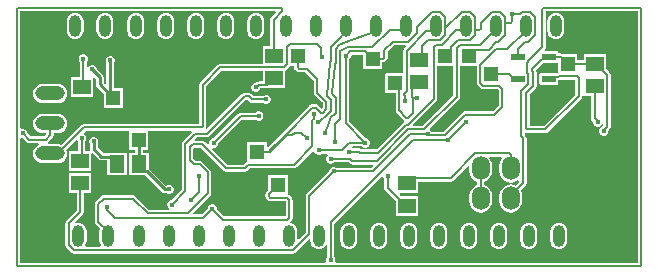
<source format=gbl>
G04*
G04 #@! TF.GenerationSoftware,Altium Limited,Altium Designer,22.10.1 (41)*
G04*
G04 Layer_Physical_Order=2*
G04 Layer_Color=16711680*
%FSLAX25Y25*%
%MOIN*%
G70*
G04*
G04 #@! TF.SameCoordinates,E3A0FBDB-8A8B-4B96-B359-3B6F4FC795B9*
G04*
G04*
G04 #@! TF.FilePolarity,Positive*
G04*
G01*
G75*
%ADD11C,0.01000*%
%ADD47C,0.00800*%
%ADD48R,0.04000X0.07200*%
%ADD49O,0.04000X0.07200*%
%ADD50O,0.05906X0.07874*%
%ADD51O,0.09843X0.04724*%
%ADD52R,0.09843X0.04724*%
%ADD53C,0.01575*%
%ADD54R,0.05906X0.05118*%
%ADD55R,0.05000X0.05000*%
%ADD56R,0.04803X0.02441*%
%ADD57R,0.05118X0.05906*%
%ADD58R,0.05000X0.05000*%
G36*
X130600Y73131D02*
X130071Y72602D01*
X129817Y72222D01*
X129728Y71774D01*
Y64311D01*
X123752D01*
Y57815D01*
X127157D01*
Y51834D01*
X127246Y51386D01*
X127500Y51006D01*
X129922Y48584D01*
X129972Y48551D01*
X129962Y47956D01*
X129842Y47876D01*
X120871Y38905D01*
X115739D01*
X115475Y39081D01*
X115027Y39171D01*
X112727D01*
X112594Y39329D01*
X112828Y39829D01*
X115999D01*
X116130Y39698D01*
X116695Y39465D01*
X117305D01*
X117870Y39698D01*
X118302Y40130D01*
X118535Y40695D01*
Y41305D01*
X118302Y41870D01*
X117870Y42302D01*
X117305Y42535D01*
X117120D01*
X111670Y47985D01*
Y68942D01*
X111899Y69170D01*
X112133Y69735D01*
Y70017D01*
X112445Y70329D01*
X116252D01*
Y65752D01*
X122748D01*
Y67830D01*
X122883D01*
X123331Y67919D01*
X123711Y68172D01*
X124179Y68641D01*
X124433Y69021D01*
X124522Y69469D01*
Y71427D01*
X126687Y73593D01*
X130408D01*
X130600Y73131D01*
D02*
G37*
G36*
X93330Y66237D02*
X93419Y65790D01*
X93673Y65410D01*
X94199Y64884D01*
X94578Y64630D01*
X95026Y64541D01*
X96991D01*
X97086Y64446D01*
X97086Y64446D01*
X99810Y61721D01*
Y57772D01*
X99900Y57324D01*
X100153Y56944D01*
X102877Y54220D01*
Y52844D01*
X102488Y52455D01*
X102051Y52892D01*
X101976Y52942D01*
X101326Y53593D01*
X100946Y53846D01*
X100498Y53935D01*
X99232D01*
X99050Y53899D01*
X98865Y53876D01*
X98827Y53855D01*
X98784Y53846D01*
X98629Y53743D01*
X98467Y53651D01*
X98441Y53617D01*
X98405Y53593D01*
X98301Y53438D01*
X98186Y53291D01*
X97972Y52864D01*
X89734Y44626D01*
X84710Y39603D01*
X84248Y39794D01*
Y41185D01*
X77752D01*
Y34886D01*
X77649Y34866D01*
X77270Y34612D01*
X76435Y33777D01*
X71249D01*
X66024Y39003D01*
X66121Y39265D01*
X66269Y39465D01*
X66805D01*
X67370Y39698D01*
X67802Y40130D01*
X68035Y40695D01*
Y40880D01*
X75954Y48798D01*
X80484D01*
X80615Y48667D01*
X81179Y48434D01*
X81790D01*
X82354Y48667D01*
X82786Y49099D01*
X83020Y49664D01*
Y50274D01*
X82786Y50839D01*
X82354Y51271D01*
X81790Y51504D01*
X81179D01*
X80615Y51271D01*
X80484Y51139D01*
X75469D01*
X75021Y51050D01*
X74641Y50797D01*
X66380Y42535D01*
X66195D01*
X65630Y42302D01*
X65198Y41870D01*
X64965Y41305D01*
Y40769D01*
X64765Y40621D01*
X64503Y40524D01*
X63579Y41447D01*
X63200Y41700D01*
X62752Y41789D01*
X60409D01*
X60218Y42252D01*
X60796Y42829D01*
X64244D01*
X64692Y42919D01*
X65072Y43172D01*
X77301Y55401D01*
X77754D01*
X78483Y54672D01*
X78863Y54419D01*
X79311Y54330D01*
X82999D01*
X83130Y54198D01*
X83695Y53965D01*
X84305D01*
X84870Y54198D01*
X85302Y54630D01*
X85535Y55195D01*
Y55805D01*
X85302Y56370D01*
X84870Y56802D01*
X84305Y57035D01*
X83695D01*
X83130Y56802D01*
X82999Y56670D01*
X79796D01*
X79066Y57400D01*
X78687Y57653D01*
X78239Y57743D01*
X76816D01*
X76368Y57653D01*
X75989Y57400D01*
X64095Y45506D01*
X64040Y45517D01*
X63948Y45647D01*
X63837Y46068D01*
X63999Y46309D01*
X64088Y46757D01*
Y59933D01*
X69212Y65056D01*
X82799D01*
Y61531D01*
X81570D01*
X81122Y61442D01*
X80743Y61189D01*
X80590Y61035D01*
X80195D01*
X79630Y60802D01*
X79198Y60370D01*
X78965Y59805D01*
Y59195D01*
X79198Y58630D01*
X79630Y58198D01*
X80195Y57965D01*
X80805D01*
X81370Y58198D01*
X81802Y58630D01*
X82018Y59153D01*
X82055Y59190D01*
X84341D01*
X84454Y59213D01*
X90201D01*
Y65124D01*
X90310Y65145D01*
X90690Y65399D01*
X91680Y66389D01*
X91881Y66689D01*
X93330D01*
Y66237D01*
D02*
G37*
G36*
X181252Y64328D02*
X181077Y64293D01*
X181076Y64293D01*
X181076Y64292D01*
X181029Y64261D01*
X178978D01*
X178866Y64239D01*
X175008D01*
Y60302D01*
X181307D01*
Y61430D01*
X181405Y61920D01*
X181629Y61965D01*
X181852Y62009D01*
X181852Y62009D01*
X181853Y62009D01*
X181900Y62041D01*
X186978D01*
Y57073D01*
X176576Y46670D01*
X171790D01*
Y57107D01*
X173768Y59086D01*
X174022Y59465D01*
X174111Y59913D01*
Y64588D01*
X174022Y65035D01*
X173850Y65293D01*
X176317Y67760D01*
X177337D01*
X177450Y67782D01*
X181252D01*
Y64328D01*
D02*
G37*
G36*
X146329Y56863D02*
X136137Y46670D01*
X133168D01*
X132977Y47133D01*
X140680Y54835D01*
X140934Y55215D01*
X141023Y55663D01*
Y66689D01*
X146329D01*
Y56863D01*
D02*
G37*
G36*
X154182Y61024D02*
X154271Y60576D01*
X154524Y60197D01*
X155486Y59235D01*
X155866Y58982D01*
X156313Y58893D01*
X161202D01*
X161477Y58617D01*
Y53635D01*
X159448Y51606D01*
X150435D01*
X149987Y51517D01*
X149608Y51263D01*
X143080Y44735D01*
X139123D01*
X139110Y44744D01*
X139085Y44805D01*
X138687Y45203D01*
X138598Y45346D01*
X138519Y45742D01*
X148328Y55551D01*
X148581Y55931D01*
X148670Y56379D01*
Y66689D01*
X154182D01*
Y61024D01*
D02*
G37*
G36*
X207931Y1068D02*
X107317D01*
X106983Y1569D01*
X107035Y1695D01*
Y2305D01*
X106802Y2870D01*
X106670Y3001D01*
Y14015D01*
X122465Y29809D01*
X122719Y29751D01*
X122992Y29629D01*
X123198Y29130D01*
X123329Y28999D01*
Y26126D01*
X123419Y25678D01*
X123672Y25299D01*
X127299Y21672D01*
Y16713D01*
X134701D01*
Y23327D01*
X128955D01*
X128551Y23731D01*
X128742Y24193D01*
X134701D01*
Y28113D01*
X145500D01*
X145948Y28202D01*
X146328Y28456D01*
X151267Y33395D01*
X151767Y33188D01*
Y31516D01*
X151894Y30550D01*
X152267Y29649D01*
X152861Y28876D01*
X153634Y28283D01*
X154330Y27995D01*
Y27005D01*
X153634Y26717D01*
X152861Y26124D01*
X152267Y25351D01*
X151894Y24450D01*
X151767Y23484D01*
Y21516D01*
X151894Y20550D01*
X152267Y19649D01*
X152861Y18876D01*
X153634Y18283D01*
X154534Y17910D01*
X155500Y17783D01*
X156466Y17910D01*
X157366Y18283D01*
X158139Y18876D01*
X158733Y19649D01*
X159106Y20550D01*
X159233Y21516D01*
Y23484D01*
X159106Y24450D01*
X158733Y25351D01*
X158139Y26124D01*
X157366Y26717D01*
X156670Y27005D01*
Y27995D01*
X157366Y28283D01*
X158139Y28876D01*
X158733Y29649D01*
X159106Y30550D01*
X159233Y31516D01*
Y33484D01*
X159106Y34450D01*
X158733Y35351D01*
X158365Y35829D01*
X158612Y36329D01*
X162388D01*
X162635Y35829D01*
X162267Y35351D01*
X161895Y34450D01*
X161767Y33484D01*
Y31516D01*
X161895Y30550D01*
X162267Y29649D01*
X162861Y28876D01*
X163634Y28283D01*
X164534Y27910D01*
X165500Y27783D01*
X166466Y27910D01*
X167366Y28283D01*
X167884Y28680D01*
X168324Y28475D01*
X168371Y28010D01*
X167162Y26801D01*
X166466Y27090D01*
X165500Y27217D01*
X164534Y27090D01*
X163634Y26717D01*
X162861Y26124D01*
X162267Y25351D01*
X161895Y24450D01*
X161767Y23484D01*
Y21516D01*
X161895Y20550D01*
X162267Y19649D01*
X162861Y18876D01*
X163634Y18283D01*
X164534Y17910D01*
X165500Y17783D01*
X166466Y17910D01*
X167366Y18283D01*
X168139Y18876D01*
X168733Y19649D01*
X169106Y20550D01*
X169233Y21516D01*
Y23484D01*
X169106Y24450D01*
X168817Y25146D01*
X170429Y26757D01*
X170682Y27137D01*
X170771Y27585D01*
Y42644D01*
X170682Y43092D01*
X170429Y43472D01*
X170287Y43613D01*
X170302Y44134D01*
X170393Y44210D01*
X170742Y44398D01*
X171088Y44330D01*
X177061D01*
X177508Y44419D01*
X177888Y44672D01*
X188976Y55760D01*
X189230Y56140D01*
X189319Y56588D01*
Y56645D01*
X189799Y56693D01*
Y56693D01*
X192330D01*
Y49210D01*
X192419Y48762D01*
X192672Y48382D01*
X192965Y48090D01*
Y47695D01*
X193198Y47130D01*
X193630Y46698D01*
X194195Y46465D01*
X194805D01*
X195370Y46698D01*
X195802Y47130D01*
X195930Y47441D01*
X196430Y47341D01*
Y46795D01*
X196153Y46518D01*
X195630Y46302D01*
X195198Y45870D01*
X194965Y45305D01*
Y44695D01*
X195198Y44130D01*
X195630Y43698D01*
X196195Y43465D01*
X196805D01*
X197370Y43698D01*
X197802Y44130D01*
X198035Y44695D01*
Y45090D01*
X198428Y45483D01*
X198682Y45862D01*
X198771Y46310D01*
Y63773D01*
X198682Y64221D01*
X198428Y64601D01*
X197201Y65829D01*
Y70787D01*
X189799D01*
Y68651D01*
X187748D01*
Y70685D01*
X182513D01*
X182400Y70708D01*
X182393D01*
X182207Y70832D01*
X181759Y70921D01*
X181307D01*
Y71719D01*
X177027D01*
X176836Y72181D01*
X176878Y72223D01*
X177132Y72602D01*
X177221Y73050D01*
Y84931D01*
X207931D01*
Y1068D01*
D02*
G37*
G36*
X87262Y84469D02*
X85672Y82880D01*
X85419Y82500D01*
X85330Y82052D01*
Y73307D01*
X82799D01*
Y67397D01*
X68727D01*
X68279Y67308D01*
X67899Y67054D01*
X62090Y61245D01*
X61836Y60865D01*
X61747Y60418D01*
Y47459D01*
X23348D01*
X22900Y47370D01*
X22520Y47116D01*
X15769Y40365D01*
X15371Y40530D01*
X14559Y40637D01*
X11427D01*
X11275Y41137D01*
X11328Y41172D01*
X12828Y42672D01*
X13081Y43052D01*
X13171Y43500D01*
Y44363D01*
X14559D01*
X15371Y44470D01*
X16128Y44783D01*
X16777Y45282D01*
X17276Y45932D01*
X17589Y46688D01*
X17696Y47500D01*
X17589Y48312D01*
X17276Y49068D01*
X16777Y49718D01*
X16128Y50217D01*
X15371Y50530D01*
X14559Y50637D01*
X9441D01*
X8629Y50530D01*
X7872Y50217D01*
X7223Y49718D01*
X6724Y49068D01*
X6411Y48312D01*
X6304Y47500D01*
X6411Y46688D01*
X6724Y45932D01*
X7223Y45282D01*
X7872Y44783D01*
X8629Y44470D01*
X9441Y44363D01*
X10535D01*
X10708Y43863D01*
X10015Y43170D01*
X5485D01*
X4369Y44287D01*
Y44472D01*
X4135Y45036D01*
X3703Y45468D01*
X3139Y45702D01*
X2528D01*
X2484Y45684D01*
X2069Y45962D01*
Y84931D01*
X87071D01*
X87262Y84469D01*
D02*
G37*
G36*
X69937Y31779D02*
X70317Y31525D01*
X70765Y31436D01*
X76920D01*
X77368Y31525D01*
X77747Y31779D01*
X78582Y32614D01*
X93284D01*
X93732Y32703D01*
X94112Y32956D01*
X99465Y38309D01*
X99718Y38251D01*
X99992Y38129D01*
X100198Y37630D01*
X100630Y37198D01*
X101195Y36965D01*
X101805D01*
X102370Y37198D01*
X102578Y37407D01*
X104382D01*
X104498Y37153D01*
X104535Y36906D01*
X104155Y36527D01*
X103922Y35963D01*
Y35352D01*
X104155Y34788D01*
X104587Y34356D01*
X105152Y34122D01*
X105762D01*
X106327Y34356D01*
X106478Y34507D01*
X111488D01*
X111862Y34133D01*
X111862Y34133D01*
X111862Y34133D01*
X112024Y34025D01*
X112242Y33879D01*
X112242Y33879D01*
X112242Y33879D01*
X112492Y33829D01*
X112690Y33790D01*
X112690Y33790D01*
X112690Y33790D01*
X119481D01*
X119673Y33328D01*
X119010Y32666D01*
X107502D01*
X107371Y32797D01*
X106807Y33030D01*
X106196D01*
X105631Y32797D01*
X105200Y32365D01*
X104966Y31800D01*
Y31621D01*
X97524Y24180D01*
X97271Y23800D01*
X97181Y23352D01*
Y11285D01*
X94772Y8875D01*
X94272Y9082D01*
Y11600D01*
X94177Y12317D01*
X93900Y12986D01*
X93460Y13560D01*
X92886Y14000D01*
X92217Y14277D01*
X92202Y14279D01*
X92023Y14807D01*
X92476Y15260D01*
X92730Y15640D01*
X92819Y16088D01*
Y22039D01*
X92730Y22487D01*
X92476Y22867D01*
X91803Y23539D01*
X91424Y23793D01*
X91248Y23828D01*
Y30185D01*
X84752D01*
Y25345D01*
X84078Y24670D01*
X83824Y24291D01*
X83735Y23843D01*
Y23180D01*
X83824Y22732D01*
X84078Y22352D01*
X84547Y21884D01*
X84926Y21630D01*
X85374Y21541D01*
X90478D01*
Y16586D01*
X70069D01*
X67535Y19120D01*
Y19305D01*
X67302Y19870D01*
X66870Y20302D01*
X66305Y20535D01*
X65695D01*
X65130Y20302D01*
X64698Y19870D01*
X64465Y19305D01*
Y19120D01*
X62515Y17170D01*
X59769D01*
X59578Y17632D01*
X65342Y23397D01*
X65596Y23776D01*
X65685Y24225D01*
Y31324D01*
X65596Y31772D01*
X65342Y32152D01*
X62760Y34735D01*
X62380Y34988D01*
X61932Y35078D01*
X60477D01*
X59719Y35836D01*
Y39094D01*
X60073Y39448D01*
X62267D01*
X69937Y31779D01*
D02*
G37*
G36*
X59274Y44618D02*
X56172Y41517D01*
X55919Y41137D01*
X55830Y40689D01*
Y25453D01*
X52380Y22003D01*
X52195D01*
X51630Y21769D01*
X51198Y21338D01*
X50965Y20773D01*
Y20162D01*
X51198Y19598D01*
X51578Y19218D01*
X51542Y18973D01*
X51425Y18719D01*
X44938D01*
X40409Y23247D01*
X40029Y23501D01*
X39581Y23590D01*
X29791D01*
X29343Y23501D01*
X28963Y23247D01*
X27253Y21537D01*
X26999Y21157D01*
X26910Y20709D01*
Y14705D01*
X26999Y14257D01*
X27253Y13877D01*
X28597Y12533D01*
X28508Y12317D01*
X28413Y11600D01*
Y8400D01*
X28508Y7683D01*
X28785Y7014D01*
X28855Y6922D01*
X28608Y6423D01*
X23919D01*
X23673Y6922D01*
X23743Y7014D01*
X24020Y7683D01*
X24114Y8400D01*
Y11600D01*
X24020Y12317D01*
X23743Y12986D01*
X23302Y13560D01*
X22728Y14000D01*
X22060Y14277D01*
X21343Y14372D01*
X20625Y14277D01*
X20426Y14195D01*
X20143Y14619D01*
X22828Y17303D01*
X23081Y17683D01*
X23170Y18131D01*
Y24213D01*
X25701D01*
Y30827D01*
X18299D01*
Y24213D01*
X20830D01*
Y18616D01*
X17367Y15153D01*
X17113Y14774D01*
X17024Y14326D01*
Y7096D01*
X17113Y6648D01*
X17367Y6268D01*
X19211Y4424D01*
X19591Y4171D01*
X20039Y4081D01*
X92804D01*
X93252Y4171D01*
X93632Y4424D01*
X98266Y9059D01*
X98728Y8868D01*
Y8400D01*
X98823Y7683D01*
X99100Y7014D01*
X99540Y6440D01*
X100114Y6000D01*
X100783Y5723D01*
X101500Y5628D01*
X102217Y5723D01*
X102886Y6000D01*
X103460Y6440D01*
X103830Y6922D01*
X104210Y6853D01*
X104330Y6790D01*
Y3001D01*
X104198Y2870D01*
X103965Y2305D01*
Y1695D01*
X104017Y1569D01*
X103683Y1068D01*
X2069D01*
Y42371D01*
X2484Y42649D01*
X2528Y42631D01*
X2713D01*
X4172Y41172D01*
X4552Y40919D01*
X5000Y40830D01*
X8045D01*
X8145Y40330D01*
X7872Y40217D01*
X7223Y39718D01*
X6724Y39068D01*
X6411Y38312D01*
X6304Y37500D01*
X6411Y36688D01*
X6724Y35932D01*
X7223Y35282D01*
X7872Y34783D01*
X8629Y34470D01*
X9441Y34363D01*
X14559D01*
X15371Y34470D01*
X16128Y34783D01*
X16777Y35282D01*
X17276Y35932D01*
X17589Y36688D01*
X17696Y37500D01*
X17589Y38312D01*
X17424Y38710D01*
X20566Y41851D01*
X21155Y41734D01*
X21198Y41630D01*
X21329Y41499D01*
Y38307D01*
X18299D01*
Y31693D01*
X25701D01*
Y37346D01*
X26163Y37538D01*
X28147Y35553D01*
X28560Y35278D01*
X29047Y35181D01*
X30952D01*
Y30300D01*
X37567D01*
Y37701D01*
X32324D01*
X32200Y37726D01*
X29574D01*
X27773Y39527D01*
Y40601D01*
X27802Y40630D01*
X28035Y41195D01*
Y41805D01*
X27802Y42370D01*
X27370Y42802D01*
X26805Y43035D01*
X26195D01*
X25630Y42802D01*
X25198Y42370D01*
X24965Y41805D01*
Y41195D01*
X25198Y40630D01*
X25227Y40601D01*
Y39000D01*
X25266Y38807D01*
X24906Y38307D01*
X23671D01*
Y41499D01*
X23802Y41630D01*
X24035Y42195D01*
Y42805D01*
X23802Y43370D01*
X23370Y43802D01*
X23266Y43845D01*
X23149Y44434D01*
X23832Y45118D01*
X38252D01*
Y38815D01*
X40227D01*
Y37701D01*
X38433D01*
Y30300D01*
X43641D01*
X49340Y24600D01*
X49753Y24324D01*
X50240Y24227D01*
X50689D01*
X50718Y24198D01*
X51283Y23965D01*
X51894D01*
X52458Y24198D01*
X52890Y24630D01*
X53124Y25195D01*
Y25805D01*
X52890Y26370D01*
X52458Y26802D01*
X51894Y27035D01*
X51283D01*
X50732Y26807D01*
X45092Y32447D01*
X45047Y32478D01*
Y37701D01*
X42772D01*
Y38815D01*
X44748D01*
Y45118D01*
X59067D01*
X59274Y44618D01*
D02*
G37*
%LPC*%
G36*
X180500Y84372D02*
X179783Y84277D01*
X179114Y84000D01*
X178540Y83560D01*
X178100Y82986D01*
X177823Y82317D01*
X177728Y81600D01*
Y78400D01*
X177823Y77683D01*
X178100Y77014D01*
X178540Y76440D01*
X179114Y76000D01*
X179783Y75723D01*
X180500Y75628D01*
X181217Y75723D01*
X181886Y76000D01*
X182460Y76440D01*
X182900Y77014D01*
X183177Y77683D01*
X183272Y78400D01*
Y81600D01*
X183177Y82317D01*
X182900Y82986D01*
X182460Y83560D01*
X181886Y84000D01*
X181217Y84277D01*
X180500Y84372D01*
D02*
G37*
G36*
X181500Y14372D02*
X180783Y14277D01*
X180114Y14000D01*
X179540Y13560D01*
X179100Y12986D01*
X178823Y12317D01*
X178728Y11600D01*
Y8400D01*
X178823Y7683D01*
X179100Y7014D01*
X179540Y6440D01*
X180114Y6000D01*
X180783Y5723D01*
X181500Y5628D01*
X182217Y5723D01*
X182886Y6000D01*
X183460Y6440D01*
X183900Y7014D01*
X184177Y7683D01*
X184272Y8400D01*
Y11600D01*
X184177Y12317D01*
X183900Y12986D01*
X183460Y13560D01*
X182886Y14000D01*
X182217Y14277D01*
X181500Y14372D01*
D02*
G37*
G36*
X171500D02*
X170783Y14277D01*
X170114Y14000D01*
X169540Y13560D01*
X169100Y12986D01*
X168823Y12317D01*
X168728Y11600D01*
Y8400D01*
X168823Y7683D01*
X169100Y7014D01*
X169540Y6440D01*
X170114Y6000D01*
X170783Y5723D01*
X171500Y5628D01*
X172217Y5723D01*
X172886Y6000D01*
X173460Y6440D01*
X173900Y7014D01*
X174177Y7683D01*
X174272Y8400D01*
Y11600D01*
X174177Y12317D01*
X173900Y12986D01*
X173460Y13560D01*
X172886Y14000D01*
X172217Y14277D01*
X171500Y14372D01*
D02*
G37*
G36*
X161500D02*
X160783Y14277D01*
X160114Y14000D01*
X159540Y13560D01*
X159100Y12986D01*
X158823Y12317D01*
X158728Y11600D01*
Y8400D01*
X158823Y7683D01*
X159100Y7014D01*
X159540Y6440D01*
X160114Y6000D01*
X160783Y5723D01*
X161500Y5628D01*
X162217Y5723D01*
X162886Y6000D01*
X163460Y6440D01*
X163900Y7014D01*
X164177Y7683D01*
X164272Y8400D01*
Y11600D01*
X164177Y12317D01*
X163900Y12986D01*
X163460Y13560D01*
X162886Y14000D01*
X162217Y14277D01*
X161500Y14372D01*
D02*
G37*
G36*
X151500D02*
X150783Y14277D01*
X150114Y14000D01*
X149540Y13560D01*
X149100Y12986D01*
X148823Y12317D01*
X148728Y11600D01*
Y8400D01*
X148823Y7683D01*
X149100Y7014D01*
X149540Y6440D01*
X150114Y6000D01*
X150783Y5723D01*
X151500Y5628D01*
X152217Y5723D01*
X152886Y6000D01*
X153460Y6440D01*
X153900Y7014D01*
X154177Y7683D01*
X154272Y8400D01*
Y11600D01*
X154177Y12317D01*
X153900Y12986D01*
X153460Y13560D01*
X152886Y14000D01*
X152217Y14277D01*
X151500Y14372D01*
D02*
G37*
G36*
X141500D02*
X140783Y14277D01*
X140114Y14000D01*
X139540Y13560D01*
X139100Y12986D01*
X138823Y12317D01*
X138728Y11600D01*
Y8400D01*
X138823Y7683D01*
X139100Y7014D01*
X139540Y6440D01*
X140114Y6000D01*
X140783Y5723D01*
X141500Y5628D01*
X142217Y5723D01*
X142886Y6000D01*
X143460Y6440D01*
X143900Y7014D01*
X144177Y7683D01*
X144272Y8400D01*
Y11600D01*
X144177Y12317D01*
X143900Y12986D01*
X143460Y13560D01*
X142886Y14000D01*
X142217Y14277D01*
X141500Y14372D01*
D02*
G37*
G36*
X131500D02*
X130783Y14277D01*
X130114Y14000D01*
X129540Y13560D01*
X129100Y12986D01*
X128823Y12317D01*
X128728Y11600D01*
Y8400D01*
X128823Y7683D01*
X129100Y7014D01*
X129540Y6440D01*
X130114Y6000D01*
X130783Y5723D01*
X131500Y5628D01*
X132217Y5723D01*
X132886Y6000D01*
X133460Y6440D01*
X133900Y7014D01*
X134177Y7683D01*
X134272Y8400D01*
Y11600D01*
X134177Y12317D01*
X133900Y12986D01*
X133460Y13560D01*
X132886Y14000D01*
X132217Y14277D01*
X131500Y14372D01*
D02*
G37*
G36*
X121500D02*
X120783Y14277D01*
X120114Y14000D01*
X119540Y13560D01*
X119100Y12986D01*
X118823Y12317D01*
X118728Y11600D01*
Y8400D01*
X118823Y7683D01*
X119100Y7014D01*
X119540Y6440D01*
X120114Y6000D01*
X120783Y5723D01*
X121500Y5628D01*
X122217Y5723D01*
X122886Y6000D01*
X123460Y6440D01*
X123900Y7014D01*
X124177Y7683D01*
X124272Y8400D01*
Y11600D01*
X124177Y12317D01*
X123900Y12986D01*
X123460Y13560D01*
X122886Y14000D01*
X122217Y14277D01*
X121500Y14372D01*
D02*
G37*
G36*
X111500D02*
X110783Y14277D01*
X110114Y14000D01*
X109540Y13560D01*
X109100Y12986D01*
X108823Y12317D01*
X108728Y11600D01*
Y8400D01*
X108823Y7683D01*
X109100Y7014D01*
X109540Y6440D01*
X110114Y6000D01*
X110783Y5723D01*
X111500Y5628D01*
X112217Y5723D01*
X112886Y6000D01*
X113460Y6440D01*
X113900Y7014D01*
X114177Y7683D01*
X114272Y8400D01*
Y11600D01*
X114177Y12317D01*
X113900Y12986D01*
X113460Y13560D01*
X112886Y14000D01*
X112217Y14277D01*
X111500Y14372D01*
D02*
G37*
G36*
X80500Y84372D02*
X79783Y84277D01*
X79114Y84000D01*
X78540Y83560D01*
X78100Y82986D01*
X77823Y82317D01*
X77728Y81600D01*
Y78400D01*
X77823Y77683D01*
X78100Y77014D01*
X78540Y76440D01*
X79114Y76000D01*
X79783Y75723D01*
X80500Y75628D01*
X81217Y75723D01*
X81886Y76000D01*
X82460Y76440D01*
X82900Y77014D01*
X83177Y77683D01*
X83272Y78400D01*
Y81600D01*
X83177Y82317D01*
X82900Y82986D01*
X82460Y83560D01*
X81886Y84000D01*
X81217Y84277D01*
X80500Y84372D01*
D02*
G37*
G36*
X70500D02*
X69783Y84277D01*
X69114Y84000D01*
X68540Y83560D01*
X68100Y82986D01*
X67823Y82317D01*
X67728Y81600D01*
Y78400D01*
X67823Y77683D01*
X68100Y77014D01*
X68540Y76440D01*
X69114Y76000D01*
X69783Y75723D01*
X70500Y75628D01*
X71217Y75723D01*
X71886Y76000D01*
X72460Y76440D01*
X72900Y77014D01*
X73177Y77683D01*
X73272Y78400D01*
Y81600D01*
X73177Y82317D01*
X72900Y82986D01*
X72460Y83560D01*
X71886Y84000D01*
X71217Y84277D01*
X70500Y84372D01*
D02*
G37*
G36*
X60500D02*
X59783Y84277D01*
X59114Y84000D01*
X58540Y83560D01*
X58100Y82986D01*
X57823Y82317D01*
X57728Y81600D01*
Y78400D01*
X57823Y77683D01*
X58100Y77014D01*
X58540Y76440D01*
X59114Y76000D01*
X59783Y75723D01*
X60500Y75628D01*
X61217Y75723D01*
X61886Y76000D01*
X62460Y76440D01*
X62900Y77014D01*
X63177Y77683D01*
X63272Y78400D01*
Y81600D01*
X63177Y82317D01*
X62900Y82986D01*
X62460Y83560D01*
X61886Y84000D01*
X61217Y84277D01*
X60500Y84372D01*
D02*
G37*
G36*
X50500D02*
X49783Y84277D01*
X49114Y84000D01*
X48540Y83560D01*
X48100Y82986D01*
X47823Y82317D01*
X47728Y81600D01*
Y78400D01*
X47823Y77683D01*
X48100Y77014D01*
X48540Y76440D01*
X49114Y76000D01*
X49783Y75723D01*
X50500Y75628D01*
X51217Y75723D01*
X51886Y76000D01*
X52460Y76440D01*
X52900Y77014D01*
X53177Y77683D01*
X53272Y78400D01*
Y81600D01*
X53177Y82317D01*
X52900Y82986D01*
X52460Y83560D01*
X51886Y84000D01*
X51217Y84277D01*
X50500Y84372D01*
D02*
G37*
G36*
X40500D02*
X39783Y84277D01*
X39114Y84000D01*
X38540Y83560D01*
X38100Y82986D01*
X37823Y82317D01*
X37728Y81600D01*
Y78400D01*
X37823Y77683D01*
X38100Y77014D01*
X38540Y76440D01*
X39114Y76000D01*
X39783Y75723D01*
X40500Y75628D01*
X41217Y75723D01*
X41886Y76000D01*
X42460Y76440D01*
X42900Y77014D01*
X43177Y77683D01*
X43272Y78400D01*
Y81600D01*
X43177Y82317D01*
X42900Y82986D01*
X42460Y83560D01*
X41886Y84000D01*
X41217Y84277D01*
X40500Y84372D01*
D02*
G37*
G36*
X30185D02*
X29468Y84277D01*
X28799Y84000D01*
X28225Y83560D01*
X27785Y82986D01*
X27508Y82317D01*
X27413Y81600D01*
Y78400D01*
X27508Y77683D01*
X27785Y77014D01*
X28225Y76440D01*
X28799Y76000D01*
X29468Y75723D01*
X30185Y75628D01*
X30902Y75723D01*
X31571Y76000D01*
X32145Y76440D01*
X32585Y77014D01*
X32862Y77683D01*
X32957Y78400D01*
Y81600D01*
X32862Y82317D01*
X32585Y82986D01*
X32145Y83560D01*
X31571Y84000D01*
X30902Y84277D01*
X30185Y84372D01*
D02*
G37*
G36*
X20343D02*
X19625Y84277D01*
X18957Y84000D01*
X18383Y83560D01*
X17942Y82986D01*
X17665Y82317D01*
X17571Y81600D01*
Y78400D01*
X17665Y77683D01*
X17942Y77014D01*
X18383Y76440D01*
X18957Y76000D01*
X19625Y75723D01*
X20343Y75628D01*
X21060Y75723D01*
X21729Y76000D01*
X22302Y76440D01*
X22743Y77014D01*
X23020Y77683D01*
X23114Y78400D01*
Y81600D01*
X23020Y82317D01*
X22743Y82986D01*
X22302Y83560D01*
X21729Y84000D01*
X21060Y84277D01*
X20343Y84372D01*
D02*
G37*
G36*
X14559Y60637D02*
X9441D01*
X8629Y60530D01*
X7872Y60217D01*
X7223Y59718D01*
X6724Y59069D01*
X6411Y58312D01*
X6304Y57500D01*
X6411Y56688D01*
X6724Y55932D01*
X7223Y55282D01*
X7872Y54783D01*
X8629Y54470D01*
X9441Y54363D01*
X14559D01*
X15371Y54470D01*
X16128Y54783D01*
X16777Y55282D01*
X17276Y55932D01*
X17589Y56688D01*
X17696Y57500D01*
X17589Y58312D01*
X17276Y59069D01*
X16777Y59718D01*
X16128Y60217D01*
X15371Y60530D01*
X14559Y60637D01*
D02*
G37*
G36*
X23305Y70535D02*
X22695D01*
X22130Y70302D01*
X21698Y69870D01*
X21465Y69305D01*
Y68695D01*
X21698Y68130D01*
X21829Y67999D01*
Y63047D01*
X18799D01*
Y56433D01*
X26200D01*
Y62648D01*
X26200Y62793D01*
X26420Y62884D01*
X26700Y63000D01*
X27259Y62442D01*
Y60532D01*
X27356Y60045D01*
X27632Y59632D01*
X29815Y57449D01*
Y52752D01*
X36311D01*
Y59248D01*
X33272D01*
Y67601D01*
X33302Y67630D01*
X33535Y68195D01*
Y68805D01*
X33302Y69370D01*
X32870Y69802D01*
X32305Y70035D01*
X31695D01*
X31130Y69802D01*
X30698Y69370D01*
X30465Y68805D01*
Y68195D01*
X30698Y67630D01*
X30727Y67601D01*
Y60789D01*
X30266Y60597D01*
X29804Y61059D01*
Y62969D01*
X29760Y63189D01*
X29707Y63456D01*
X29707Y63456D01*
X29431Y63869D01*
X29431Y63869D01*
X27535Y65764D01*
Y65805D01*
X27302Y66370D01*
X26870Y66802D01*
X26305Y67035D01*
X25695D01*
X25130Y66802D01*
X24698Y66370D01*
X24670Y66303D01*
X24171Y66402D01*
Y67999D01*
X24302Y68130D01*
X24535Y68695D01*
Y69305D01*
X24302Y69870D01*
X23870Y70302D01*
X23305Y70535D01*
D02*
G37*
%LPD*%
D11*
X26500Y39000D02*
Y41500D01*
Y39000D02*
X29047Y36453D01*
X32000Y57063D02*
Y68500D01*
X28531Y60532D02*
X33063Y56000D01*
X26000Y65500D02*
X28531Y62969D01*
X32000Y57063D02*
X33063Y56000D01*
X28531Y60532D02*
Y62969D01*
X50240Y25500D02*
X51588D01*
X44193Y31548D02*
X50240Y25500D01*
X41740Y33607D02*
X43799Y31548D01*
X41740Y33607D02*
Y34000D01*
X43799Y31548D02*
X44193D01*
X41500Y34241D02*
X41740Y34000D01*
X41500Y34241D02*
Y42063D01*
X29047Y36453D02*
X32200D01*
X34259Y34394D01*
Y34000D02*
Y34394D01*
D47*
X104400Y56611D02*
G03*
X104559Y56383I725J338D01*
G01*
X105951Y57587D02*
G03*
X106179Y56952I797J-72D01*
G01*
X109261Y72109D02*
G03*
X109028Y71947I332J-728D01*
G01*
X105391Y49324D02*
G03*
X105160Y48830I566J-566D01*
G01*
X156331Y37500D02*
G03*
X154669Y37500I-831J-4016D01*
G01*
X156331D02*
G03*
X154669Y37500I-831J-4016D01*
G01*
X156331D02*
G03*
X154669Y37500I-831J-4016D01*
G01*
X156331D02*
G03*
X154669Y37500I-831J-4016D01*
G01*
X166000Y84000D02*
X168448D01*
X166000Y81552D02*
Y84000D01*
X165448Y81000D02*
X166000Y81552D01*
X168448Y84000D02*
X169196Y84748D01*
X163648Y81000D02*
X165448D01*
X169196Y84748D02*
X171804D01*
X898Y367D02*
X1367Y-102D01*
X176050Y73050D02*
Y85633D01*
X898Y367D02*
Y85633D01*
X86500Y82052D02*
X89419Y84971D01*
X176050Y85633D02*
X176519Y86102D01*
X898Y85633D02*
X1367Y86102D01*
X208633D02*
X209102Y85633D01*
X88950Y86102D02*
X89419Y85633D01*
X208633Y-102D02*
X209102Y367D01*
X171392Y68392D02*
X176050Y73050D01*
X1367Y-102D02*
X208633D01*
X176519Y86102D02*
X208633D01*
X1367D02*
X88950D01*
X89419Y84971D02*
Y85633D01*
X2833Y44166D02*
X5000Y42000D01*
X209102Y367D02*
Y85633D01*
X5582Y53000D02*
X6323Y52260D01*
X3500Y53000D02*
X5582D01*
X6323Y52260D02*
X22500D01*
X59000Y22000D02*
X61595Y24595D01*
Y30115D01*
X64515Y24225D02*
Y31324D01*
X44453Y17548D02*
X57838D01*
X64515Y24225D01*
X99877Y49049D02*
Y50376D01*
X100015Y50514D01*
X101964Y54036D02*
X102113Y53887D01*
X101964Y54036D02*
Y54599D01*
X94500Y62063D02*
X101964Y54599D01*
X102145Y51142D02*
X102831D01*
X90856Y58420D02*
X94500Y62063D01*
X101223Y52065D02*
X102145Y51142D01*
X99435Y48607D02*
X99877Y49049D01*
X101198Y52065D02*
X101223D01*
X99232Y52765D02*
X100498D01*
X99435Y39935D02*
Y48607D01*
X100498Y52765D02*
X101198Y52065D01*
X104559Y56383D02*
X104561Y56381D01*
X104328Y57022D02*
X104400Y56611D01*
X102831Y51142D02*
X104048Y52359D01*
X103473Y49594D02*
X103783Y49905D01*
X104048Y52359D02*
Y54705D01*
X102209Y48581D02*
X102434Y48806D01*
X104561Y56381D02*
X105596Y55346D01*
X102903Y49275D02*
X103473Y49594D01*
X104328Y57022D02*
X105259Y67699D01*
X103783Y49905D02*
X105596Y51718D01*
X102434Y48806D02*
X102903Y49275D01*
X98933Y52170D02*
X99232Y52765D01*
X90562Y43799D02*
X98933Y52170D01*
X105951Y57587D02*
X106806Y67059D01*
X109261Y72109D02*
X111319Y73048D01*
X108692Y49000D02*
Y60276D01*
X97914Y65273D02*
X100981Y62206D01*
X108662Y71581D02*
X109028Y71947D01*
X106182Y56949D02*
X107144Y55987D01*
X105391Y49324D02*
X107144Y51076D01*
X106179Y56952D02*
X106182Y56949D01*
X100981Y57772D02*
X104048Y54705D01*
X105596Y51718D02*
Y55346D01*
X108662Y60306D02*
X108692Y60276D01*
X108662Y60306D02*
Y71581D01*
X107030Y47338D02*
X108692Y49000D01*
X107144Y51076D02*
Y55987D01*
X100981Y57772D02*
Y62206D01*
X105044Y47541D02*
X105160Y48830D01*
X97476Y65711D02*
X97914Y65273D01*
X95026Y65711D02*
X97476D01*
X102314Y70046D02*
X102646Y69714D01*
X101000Y74000D02*
X102314Y72686D01*
Y70046D02*
Y72686D01*
X94500Y66237D02*
X95026Y65711D01*
X94500Y66237D02*
Y69937D01*
X110500Y47500D02*
X117000Y41000D01*
X110500Y47500D02*
Y69943D01*
Y70040D02*
X111960Y71500D01*
X117000D01*
X110500Y69943D02*
X110597Y70040D01*
X23000Y60240D02*
Y69000D01*
X22500Y59740D02*
X23000Y60240D01*
X22500Y35500D02*
Y42500D01*
X22000Y35000D02*
X22500Y35500D01*
X140000Y46000D02*
X151500Y57500D01*
X136621Y45500D02*
X147500Y56379D01*
X131311Y45500D02*
X136621D01*
X147500Y56379D02*
Y72561D01*
X143565Y43565D02*
X150435Y50435D01*
X138141Y43787D02*
X138476D01*
X138698Y43565D02*
X143565D01*
X131952Y43952D02*
X137767D01*
X138048Y43880D02*
X138141Y43787D01*
X138476D02*
X138698Y43565D01*
X151500Y57500D02*
Y62063D01*
X137767Y43952D02*
X137783Y43935D01*
X138048Y43880D02*
Y43952D01*
X105500Y14500D02*
X132881Y41881D01*
X144619D01*
X119495Y31495D02*
X131952Y43952D01*
X131237Y47048D02*
X139852Y55663D01*
X130670Y47048D02*
X131237D01*
X121356Y37734D02*
X130670Y47048D01*
X120771Y34961D02*
X131311Y45500D01*
X150435Y50435D02*
X159933D01*
X148812Y46312D02*
X149049D01*
X144500Y42000D02*
X148812Y46312D01*
X149049D02*
X150619Y47881D01*
X119500Y61126D02*
X124004Y56621D01*
X126392D01*
X130048Y56825D02*
X130115Y56758D01*
X128328Y51834D02*
Y59734D01*
X130115Y55085D02*
Y56758D01*
Y55085D02*
X130263Y54937D01*
X132915Y55929D02*
X134106D01*
X134123Y55946D01*
X128328Y51834D02*
X130749Y49412D01*
X127000Y61063D02*
X128328Y59734D01*
X130048Y56825D02*
Y57487D01*
X132447Y56398D02*
X132915Y55929D01*
X132447Y56398D02*
Y59101D01*
X134606Y61260D02*
X135000D01*
X132447Y59101D02*
X134606Y61260D01*
X131412Y49412D02*
X132871Y50871D01*
Y55710D01*
X130749Y49412D02*
X131412D01*
X139852Y55663D02*
Y72913D01*
X134978Y48000D02*
X136000D01*
X141400Y53400D01*
X130899Y58338D02*
Y71774D01*
X130048Y57487D02*
X130899Y58338D01*
Y71774D02*
X137300Y78176D01*
X115292Y37734D02*
X121356D01*
X141400Y53400D02*
Y59963D01*
X106506Y31495D02*
X119495D01*
X106504Y31497D02*
X106506Y31495D01*
X112690Y34961D02*
X120771D01*
X141400Y59963D02*
X143500Y62063D01*
X159933Y50435D02*
X162648Y53150D01*
X105500Y2000D02*
Y14500D01*
X139852Y72913D02*
X140643Y73704D01*
X83072Y66227D02*
X89862D01*
X62918Y60418D02*
X68727Y66227D01*
X83072D01*
X83072D01*
X89862D02*
X90852Y67217D01*
Y72913D01*
X80710Y59500D02*
X81570Y60361D01*
X80500Y59500D02*
X80710D01*
X81570Y60361D02*
X84341D01*
X90852Y72913D02*
X91939Y74000D01*
X67000Y55000D02*
X70120Y58120D01*
X78880D02*
X79435Y57565D01*
X81936D02*
X82791Y58420D01*
X79311Y55500D02*
X84000D01*
X70120Y58120D02*
X78880D01*
X79435Y57565D02*
X81936D01*
X82791Y58420D02*
X90856D01*
X78239Y56572D02*
X79311Y55500D01*
X76816Y56572D02*
X78239D01*
X47000Y60500D02*
X51500D01*
X23348Y46289D02*
X62449D01*
X62918Y46757D02*
Y60418D01*
X43937Y53000D02*
X59000D01*
X51500Y60500D02*
X59000Y53000D01*
X62449Y46289D02*
X62918Y46757D01*
X64244Y44000D02*
X76816Y56572D01*
X66500Y41000D02*
X75469Y49969D01*
X81485D01*
X106831Y67331D02*
X107114Y67614D01*
X105283Y67972D02*
X105566Y68255D01*
X107114Y72310D02*
X108327Y73524D01*
X107030Y41474D02*
Y47338D01*
X107114Y67614D02*
Y72310D01*
X105566Y72951D02*
X107452Y74837D01*
X105566Y68255D02*
Y72951D01*
X106831Y67331D02*
Y67331D01*
X106806Y67059D02*
X106831Y67331D01*
X105259Y67699D02*
X105283Y67972D01*
Y67972D01*
X149059Y78559D02*
X150500Y80000D01*
X147300Y78559D02*
X149059D01*
X142445Y73704D02*
X147300Y78559D01*
X140643Y73704D02*
X142445D01*
X151804Y84748D02*
X153648Y82904D01*
X145600Y72850D02*
X148002Y75252D01*
X153648Y78548D02*
Y82904D01*
X145600Y72037D02*
Y72850D01*
X153648Y78548D02*
X155031D01*
X148643Y73704D02*
X155135D01*
X151804Y75252D02*
X153648Y77096D01*
X160500Y79069D02*
Y80000D01*
X155135Y73704D02*
X160500Y79069D01*
X155031Y78548D02*
X155500Y79017D01*
X147500Y72561D02*
X148643Y73704D01*
X148002Y75252D02*
X151804D01*
X155500Y79017D02*
Y81052D01*
X153648Y77096D02*
Y78548D01*
X163648Y77096D02*
Y81000D01*
X158225Y72037D02*
X160754Y74567D01*
X161119D02*
X163648Y77096D01*
X160754Y74567D02*
X161119D01*
X155500Y81052D02*
X159196Y84748D01*
X161804D01*
X111763Y41000D02*
X117000D01*
X109317Y38554D02*
X111763Y41000D01*
X111500Y38000D02*
X115027D01*
X105821Y38554D02*
X109317D01*
X115027Y38000D02*
X115292Y37734D01*
X101500Y38500D02*
X101577Y38577D01*
X106495Y31495D02*
X106501D01*
X105798Y38577D02*
X105821Y38554D01*
X98352Y23352D02*
X106495Y31495D01*
X101577Y38577D02*
X105798D01*
X124500Y26126D02*
Y30000D01*
X153716Y37500D02*
X154669D01*
X153716D02*
X154669D01*
X145500Y29284D02*
X153716Y37500D01*
X156331D02*
X165031D01*
X132784Y29284D02*
X145500D01*
X153716Y37500D02*
X154669D01*
X165500Y32500D02*
Y37031D01*
X156331Y37500D02*
X165031D01*
X156331D02*
X165031D01*
X165500Y37031D01*
X5000Y42000D02*
X10500D01*
X12000Y43500D01*
Y47500D01*
X22500Y52260D02*
X24659Y50100D01*
X25357D02*
X25521Y49937D01*
X24659Y50100D02*
X25357D01*
X25521Y49937D02*
X41500D01*
X52500Y20468D02*
X57000Y24968D01*
X72414Y24761D02*
Y26753D01*
X58548Y39579D02*
X59588Y40619D01*
X58548Y35351D02*
Y39579D01*
X57000Y40689D02*
X60311Y44000D01*
X59588Y40619D02*
X62752D01*
X58548Y35351D02*
X59992Y33907D01*
X57000Y24968D02*
Y40689D01*
X61468Y37699D02*
X72414Y26753D01*
X59992Y33907D02*
X61932D01*
X64515Y31324D01*
X29791Y22420D02*
X39581D01*
X44453Y17548D01*
X21291Y73000D02*
X34500D01*
X47000Y60500D01*
X17491Y76800D02*
X21291Y73000D01*
X14559Y37500D02*
X23348Y46289D01*
X105457Y35657D02*
X105477Y35678D01*
X111973D01*
X93284Y33784D02*
X99435Y39935D01*
X78097Y33784D02*
X93284D01*
X95534Y44466D02*
X97500Y42500D01*
X93513Y44466D02*
X95534D01*
X92575Y43529D02*
X93513Y44466D01*
X103770Y44263D02*
X105044Y47541D01*
X90832Y43529D02*
X92575D01*
X84700Y37937D02*
X84970Y38207D01*
X90562Y43799D01*
X101420Y47854D02*
X102209Y48581D01*
X85240Y37937D02*
X90832Y43529D01*
X84700Y37937D02*
X85240D01*
X81000D02*
X84700D01*
X70765Y32606D02*
X76920D01*
X78097Y33784D01*
X113500Y67126D02*
Y69500D01*
Y67126D02*
X119500Y61126D01*
X111319Y73048D02*
X117641D01*
X117234Y71266D02*
X119500Y69000D01*
X117000Y71500D02*
X117234Y71266D01*
X110500Y78400D02*
Y80000D01*
X107452Y74837D02*
X107921Y75306D01*
X118772Y72882D02*
X119434Y72882D01*
X120031Y77931D02*
X120500Y78400D01*
X119500Y69000D02*
X122883D01*
X108327Y73524D02*
X110677Y74596D01*
X117641Y73048D02*
X118772Y72882D01*
X110677Y74596D02*
X120031Y77931D01*
X120500Y78400D02*
Y80000D01*
X107921Y75306D02*
X110500Y78400D01*
X119434Y72882D02*
X125352Y78800D01*
X123352Y69469D02*
Y71912D01*
X126203Y74763D01*
X122883Y69000D02*
X123352Y69469D01*
X60311Y44000D02*
X64244D01*
X86500Y70000D02*
Y82052D01*
X91939Y74000D02*
X101000D01*
X111973Y35678D02*
X112690Y34961D01*
X162648Y53150D02*
Y59102D01*
X170998Y64340D02*
Y67660D01*
X171392Y68054D02*
Y68392D01*
X170998Y67660D02*
X171392Y68054D01*
X171392Y60554D02*
Y63946D01*
X170998Y64340D02*
X171392Y63946D01*
X169071Y58233D02*
X171392Y60554D01*
X12000Y37500D02*
X14559D01*
X98352Y10800D02*
Y23352D01*
X92804Y5252D02*
X98352Y10800D01*
X20039Y5252D02*
X92804D01*
X18195Y7096D02*
X20039Y5252D01*
X18195Y7096D02*
Y14326D01*
X22000Y18131D01*
Y27520D01*
X170305Y74633D02*
X171185D01*
X167843Y72171D02*
X170305Y74633D01*
X163648Y81000D02*
Y82904D01*
X173648Y77096D02*
Y82904D01*
X171185Y74633D02*
X173648Y77096D01*
X167843Y69750D02*
Y72171D01*
X171804Y84748D02*
X173648Y82904D01*
X164265Y72165D02*
X170500Y78400D01*
X160542Y72165D02*
X164265D01*
X153600Y72037D02*
X158225D01*
X155352Y66976D02*
X160542Y72165D01*
X155352Y61024D02*
Y66976D01*
Y61024D02*
X156313Y60063D01*
X84341Y60361D02*
X86500Y62520D01*
X176000Y51063D02*
X184500Y59563D01*
X176000Y48000D02*
Y51063D01*
X170619Y45969D02*
Y57592D01*
X171088Y45500D02*
X177061D01*
X170619Y45969D02*
X171088Y45500D01*
X177061D02*
X188148Y56588D01*
X165500Y23484D02*
X169601Y27585D01*
X172940Y59913D02*
Y64588D01*
X172546Y65644D02*
X175832Y68930D01*
X172546Y64982D02*
Y65644D01*
Y64982D02*
X172940Y64588D01*
X169071Y43174D02*
X169601Y42644D01*
X170619Y57592D02*
X172940Y59913D01*
X169071Y43174D02*
Y58233D01*
X169601Y27585D02*
Y42644D01*
X165500Y22500D02*
Y23484D01*
X175281Y64639D02*
X175605D01*
X174608Y63966D02*
X175281Y64639D01*
X175605D02*
X176977Y66010D01*
X178158D01*
X175619Y59563D02*
X184500D01*
X187476Y63211D02*
X188148Y62539D01*
X174608Y60574D02*
Y63966D01*
X178978Y63090D02*
X181404D01*
X174608Y60574D02*
X175619Y59563D01*
X178158Y62270D02*
X178978Y63090D01*
X181525Y63211D02*
X187476D01*
X188148Y56588D02*
Y62539D01*
X181404Y63090D02*
X181525Y63211D01*
X178158Y66010D02*
X179339D01*
X155500Y22500D02*
Y32500D01*
X137813Y75252D02*
X141804D01*
X143648Y79200D02*
Y82904D01*
Y77096D02*
Y79200D01*
X131315Y74763D02*
X134166Y77614D01*
X141804Y75252D02*
X143648Y77096D01*
X136004Y73443D02*
X137813Y75252D01*
X135000Y68740D02*
X136004Y69745D01*
X129300Y78800D02*
X130500Y80000D01*
X126203Y74763D02*
X131315D01*
X134166Y77614D02*
Y79718D01*
X139196Y84748D01*
X141804D01*
X143648Y82904D01*
X136004Y69745D02*
Y73443D01*
X125352Y78800D02*
X129300D01*
X143648Y79200D02*
X149196Y84748D01*
X151804D01*
X143500Y69937D02*
X145600Y72037D01*
X161804Y84748D02*
X163648Y82904D01*
X151500Y69937D02*
X153600Y72037D01*
X170500Y78400D02*
Y80000D01*
X66000Y19000D02*
X69585Y15415D01*
X90976D01*
X91648Y16088D01*
Y22039D01*
X90976Y22711D02*
X91648Y22039D01*
X85374Y22711D02*
X90976D01*
X84906Y23180D02*
X85374Y22711D01*
X84906Y23180D02*
Y23843D01*
X88000Y26937D01*
X28080Y14705D02*
Y20709D01*
Y14705D02*
X31185Y11600D01*
Y10000D02*
Y11600D01*
X28080Y20709D02*
X29791Y22420D01*
X74000Y20690D02*
Y21432D01*
Y20690D02*
X75690Y19000D01*
X87937D01*
X33768Y16000D02*
X63000D01*
X66000Y19000D01*
X175832Y68930D02*
X177337D01*
X178158Y69750D01*
X181972Y69537D02*
X182400D01*
X181759Y69750D02*
X181972Y69537D01*
X182400D02*
X184500Y67437D01*
X178158Y69750D02*
X181759D01*
X184543Y67480D02*
X193500D01*
X184500Y67437D02*
X184543Y67480D01*
X87937Y19000D02*
X88000Y19063D01*
X78468Y25900D02*
Y27531D01*
X81000Y30063D01*
X62752Y40619D02*
X70765Y32606D01*
X74000Y21432D02*
X78468Y25900D01*
X72414Y24761D02*
X74000Y23175D01*
Y21432D02*
Y23175D01*
X156313Y60063D02*
X161687D01*
X162648Y59102D01*
X164912Y64000D02*
X166662Y62250D01*
X159000Y64000D02*
X164912D01*
X166662Y62250D02*
X167843D01*
X139022Y78176D02*
X140500Y79654D01*
X137300Y78176D02*
X139022D01*
X140500Y79654D02*
Y80000D01*
X119500Y61126D02*
X121600Y63226D01*
X122539D01*
X124900Y65587D01*
Y66837D01*
X127000Y68937D01*
X156900Y58226D02*
X159000Y56126D01*
X151500Y62063D02*
X155338Y58226D01*
X156900D01*
X40937Y56000D02*
X43937Y53000D01*
X40937Y50500D02*
X41500Y49937D01*
X40937Y50500D02*
Y56000D01*
X193500Y49210D02*
X194500Y48210D01*
Y48000D02*
Y48210D01*
X193500Y49210D02*
Y60000D01*
X197601Y46310D02*
Y63773D01*
X196500Y45210D02*
X197601Y46310D01*
X196500Y45000D02*
Y45210D01*
X193500Y67480D02*
X193894D01*
X197601Y63773D01*
X130606Y20020D02*
X131000D01*
X124500Y26126D02*
X130606Y20020D01*
X152156Y16344D02*
X181208D01*
X147500Y21000D02*
X152156Y16344D01*
X181208D02*
X186352Y11200D01*
X190300D01*
X131000Y27500D02*
X132784Y29284D01*
X12100Y76800D02*
X17491D01*
X10500Y78400D02*
X12100Y76800D01*
X10500Y78400D02*
Y80000D01*
X31000Y18768D02*
X33768Y16000D01*
X31000Y18768D02*
Y19500D01*
X190300Y11200D02*
X191500Y10000D01*
D48*
X10500Y80000D02*
D03*
X11500Y10000D02*
D03*
D49*
X20343Y80000D02*
D03*
X30185D02*
D03*
X40500D02*
D03*
X50500D02*
D03*
X60500D02*
D03*
X70500D02*
D03*
X90500D02*
D03*
X80500D02*
D03*
X100500D02*
D03*
X110500D02*
D03*
X120500D02*
D03*
X130500D02*
D03*
X140500D02*
D03*
X150500D02*
D03*
X160500D02*
D03*
X170500D02*
D03*
X180500D02*
D03*
X190500D02*
D03*
X200500D02*
D03*
X201500Y10000D02*
D03*
X191500D02*
D03*
X181500D02*
D03*
X171500D02*
D03*
X161500D02*
D03*
X151500D02*
D03*
X141500D02*
D03*
X131500D02*
D03*
X121500D02*
D03*
X111500D02*
D03*
X101500D02*
D03*
X81500D02*
D03*
X91500D02*
D03*
X71500D02*
D03*
X61500D02*
D03*
X51500D02*
D03*
X41500D02*
D03*
X31185D02*
D03*
X21343D02*
D03*
D50*
X165500Y22500D02*
D03*
X155500D02*
D03*
Y32500D02*
D03*
X165500D02*
D03*
X175500Y22500D02*
D03*
Y32500D02*
D03*
D51*
X12000Y57500D02*
D03*
Y47500D02*
D03*
Y37500D02*
D03*
D52*
Y27500D02*
D03*
D53*
X166000Y84000D02*
D03*
X2833Y44166D02*
D03*
X3500Y53000D02*
D03*
X59000Y22000D02*
D03*
X105457Y35657D02*
D03*
X102113Y53887D02*
D03*
X100015Y50514D02*
D03*
X102646Y69714D02*
D03*
X23000Y69000D02*
D03*
X22500Y42500D02*
D03*
X26500Y41500D02*
D03*
X140000Y46000D02*
D03*
X137783Y43935D02*
D03*
X144619Y41881D02*
D03*
X150619Y47881D02*
D03*
X126392Y56621D02*
D03*
X134123Y55946D02*
D03*
X130263Y54937D02*
D03*
X134978Y48000D02*
D03*
X80500Y59500D02*
D03*
X59000Y53000D02*
D03*
X110597Y70040D02*
D03*
X101500Y38500D02*
D03*
X111500Y38000D02*
D03*
X106501Y31495D02*
D03*
X124500Y30000D02*
D03*
X107030Y41474D02*
D03*
X51588Y25500D02*
D03*
X61595Y30115D02*
D03*
X61468Y37699D02*
D03*
X32000Y68500D02*
D03*
X117000Y41000D02*
D03*
X97500Y42500D02*
D03*
X103770Y44263D02*
D03*
X101420Y47854D02*
D03*
X113500Y69500D02*
D03*
X105500Y2000D02*
D03*
X67000Y55000D02*
D03*
X176000Y48000D02*
D03*
X74000Y21432D02*
D03*
X52500Y20468D02*
D03*
X66000Y19000D02*
D03*
X26000Y65500D02*
D03*
X194500Y48000D02*
D03*
X196500Y45000D02*
D03*
X66500Y41000D02*
D03*
X84000Y55500D02*
D03*
X81485Y49969D02*
D03*
X31000Y19500D02*
D03*
X147500Y21000D02*
D03*
D54*
X86500Y70000D02*
D03*
Y62520D02*
D03*
X193500Y67480D02*
D03*
Y60000D02*
D03*
X135000Y68740D02*
D03*
Y61260D02*
D03*
X131000Y27500D02*
D03*
Y20020D02*
D03*
X22500Y59740D02*
D03*
Y52260D02*
D03*
X22000Y35000D02*
D03*
Y27520D02*
D03*
D55*
X184500Y67437D02*
D03*
Y59563D02*
D03*
X151500Y69937D02*
D03*
Y62063D02*
D03*
X127000Y68937D02*
D03*
Y61063D02*
D03*
X119500Y61126D02*
D03*
X119500Y69000D02*
D03*
X41500Y49937D02*
D03*
Y42063D02*
D03*
X159000Y64000D02*
D03*
Y56126D02*
D03*
X143500Y62063D02*
D03*
Y69937D02*
D03*
X81000Y37937D02*
D03*
X81000Y30063D02*
D03*
X88000Y26937D02*
D03*
X88000Y19063D02*
D03*
X94500Y69937D02*
D03*
X94500Y62063D02*
D03*
D56*
X167843Y62250D02*
D03*
X178158Y66010D02*
D03*
Y69750D02*
D03*
Y62270D02*
D03*
X167843Y69750D02*
D03*
D57*
X34259Y34000D02*
D03*
X41740D02*
D03*
D58*
X33063Y56000D02*
D03*
X40937D02*
D03*
M02*

</source>
